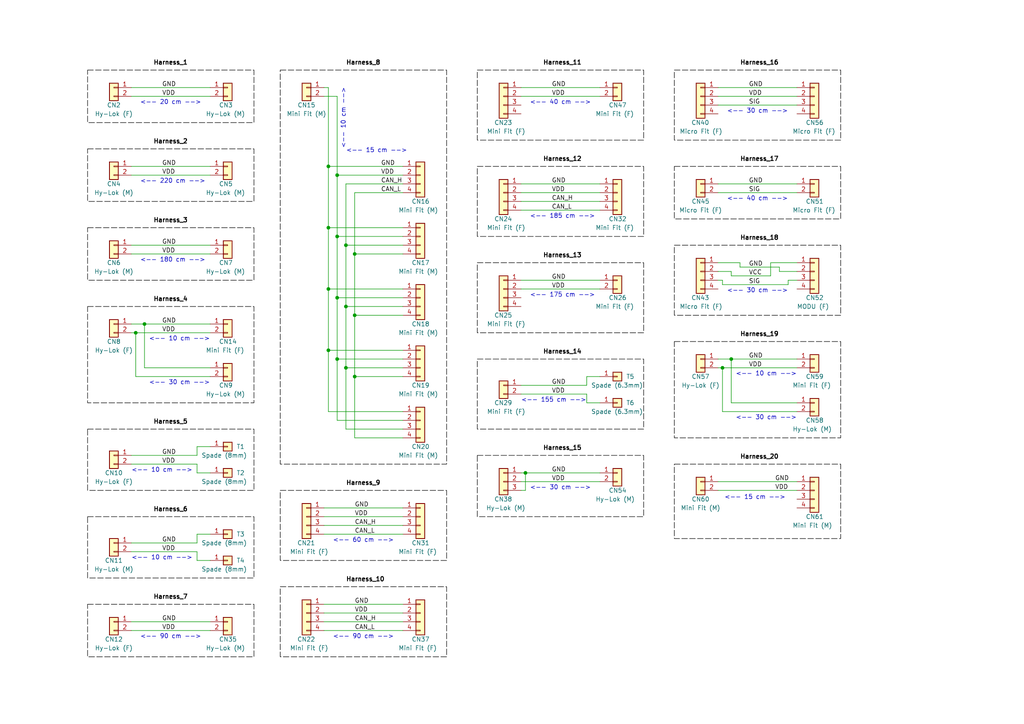
<source format=kicad_sch>
(kicad_sch (version 20231120) (generator "eeschema") (generator_version "8.0")
  (paper "A4")
  (title_block (title "Harnesses 1 - EcoMaua 2024 - Carbonasso") (date "2024-07-11") (rev "V1.0.0") (company "Instituto Mauá de Tecnologia"))
  (lib_symbols
    (symbol "Connector_Generic:Conn_01x01" (pin_names (offset 1.016) hide)
      (property "Reference" "J" (at 0 2.54 0))
      (property "Value" "Conn_01x01" (at 0 -2.54 0))
      (symbol "Conn_01x01_1_1"
        (rectangle (start -1.27 0.127) (end 0 -0.127) (stroke (width 0.1524)))
        (rectangle (start -1.27 1.27) (end 1.27 -1.27) (stroke (width 0.254)) (fill (type background)))
        (pin passive line (at -5.08 0 0) (length 3.81) (name "Pin_1") (number "1"))
      )
    )
    (symbol "Connector_Generic:Conn_01x02" (pin_names (offset 1.016) hide)
      (property "Reference" "J" (at 0 2.54 0))
      (property "Value" "Conn_01x02" (at 0 -5.08 0))
      (symbol "Conn_01x02_1_1"
        (rectangle (start -1.27 -2.413) (end 0 -2.667) (stroke (width 0.1524)))
        (rectangle (start -1.27 0.127) (end 0 -0.127) (stroke (width 0.1524)))
        (rectangle (start -1.27 1.27) (end 1.27 -3.81) (stroke (width 0.254)) (fill (type background)))
        (pin passive line (at -5.08 0 0) (length 3.81) (name "Pin_1") (number "1"))
        (pin passive line (at -5.08 -2.54 0) (length 3.81) (name "Pin_2") (number "2"))
      )
    )
    (symbol "Connector_Generic:Conn_01x03" (pin_names (offset 1.016) hide)
      (property "Reference" "J" (at 0 5.08 0))
      (property "Value" "Conn_01x03" (at 0 -5.08 0))
      (symbol "Conn_01x03_1_1"
        (rectangle (start -1.27 -2.413) (end 0 -2.667) (stroke (width 0.1524)))
        (rectangle (start -1.27 0.127) (end 0 -0.127) (stroke (width 0.1524)))
        (rectangle (start -1.27 2.667) (end 0 2.413) (stroke (width 0.1524)))
        (rectangle (start -1.27 3.81) (end 1.27 -3.81) (stroke (width 0.254)) (fill (type background)))
        (pin passive line (at -5.08 2.54 0) (length 3.81) (name "Pin_1") (number "1"))
        (pin passive line (at -5.08 0 0) (length 3.81) (name "Pin_2") (number "2"))
        (pin passive line (at -5.08 -2.54 0) (length 3.81) (name "Pin_3") (number "3"))
      )
    )
    (symbol "Connector_Generic:Conn_01x04" (pin_names (offset 1.016) hide)
      (property "Reference" "J" (at 0 5.08 0))
      (property "Value" "Conn_01x04" (at 0 -7.62 0))
      (symbol "Conn_01x04_1_1"
        (rectangle (start -1.27 -4.953) (end 0 -5.207) (stroke (width 0.1524)))
        (rectangle (start -1.27 -2.413) (end 0 -2.667) (stroke (width 0.1524)))
        (rectangle (start -1.27 0.127) (end 0 -0.127) (stroke (width 0.1524)))
        (rectangle (start -1.27 2.667) (end 0 2.413) (stroke (width 0.1524)))
        (rectangle (start -1.27 3.81) (end 1.27 -6.35) (stroke (width 0.254)) (fill (type background)))
        (pin passive line (at -5.08 2.54 0) (length 3.81) (name "Pin_1") (number "1"))
        (pin passive line (at -5.08 0 0) (length 3.81) (name "Pin_2") (number "2"))
        (pin passive line (at -5.08 -2.54 0) (length 3.81) (name "Pin_3") (number "3"))
        (pin passive line (at -5.08 -5.08 0) (length 3.81) (name "Pin_4") (number "4"))
      )
    )
  )
  (junction (at 39.37 96.52))
  (junction (at 102.87 91.44))
  (junction (at 95.25 66.04))
  (junction (at 102.87 109.22))
  (junction (at 152.4 137.16))
  (junction (at 100.33 71.12))
  (junction (at 100.33 88.9))
  (junction (at 95.25 83.82))
  (junction (at 97.79 86.36))
  (junction (at 41.91 93.98))
  (junction (at 97.79 68.58))
  (junction (at 209.55 106.68))
  (junction (at 102.87 73.66))
  (junction (at 97.79 50.8))
  (junction (at 100.33 106.68))
  (junction (at 95.25 101.6))
  (junction (at 95.25 48.26))
  (junction (at 212.09 104.14))
  (junction (at 97.79 104.14))
  (wire (pts (xy 57.15 154.94) (xy 57.15 157.48)))
  (wire (pts (xy 151.13 114.3) (xy 170.18 114.3)))
  (wire (pts (xy 116.84 86.36) (xy 97.79 86.36)))
  (wire (pts (xy 209.55 82.55) (xy 209.55 81.28)))
  (wire (pts (xy 151.13 53.34) (xy 173.99 53.34)))
  (wire (pts (xy 60.96 137.16) (xy 57.15 137.16)))
  (wire (pts (xy 93.98 25.4) (xy 95.25 25.4)))
  (wire (pts (xy 95.25 83.82) (xy 95.25 101.6)))
  (wire (pts (xy 102.87 109.22) (xy 116.84 109.22)))
  (wire (pts (xy 38.1 50.8) (xy 60.96 50.8)))
  (wire (pts (xy 38.1 157.48) (xy 57.15 157.48)))
  (wire (pts (xy 93.98 154.94) (xy 116.84 154.94)))
  (wire (pts (xy 208.28 27.94) (xy 231.14 27.94)))
  (wire (pts (xy 97.79 27.94) (xy 97.79 50.8)))
  (wire (pts (xy 116.84 101.6) (xy 95.25 101.6)))
  (wire (pts (xy 95.25 66.04) (xy 95.25 83.82)))
  (wire (pts (xy 231.14 116.84) (xy 212.09 116.84)))
  (wire (pts (xy 102.87 91.44) (xy 116.84 91.44)))
  (wire (pts (xy 116.84 68.58) (xy 97.79 68.58)))
  (wire (pts (xy 93.98 147.32) (xy 116.84 147.32)))
  (wire (pts (xy 38.1 48.26) (xy 60.96 48.26)))
  (wire (pts (xy 170.18 116.84) (xy 173.99 116.84)))
  (wire (pts (xy 97.79 68.58) (xy 97.79 86.36)))
  (wire (pts (xy 100.33 71.12) (xy 100.33 88.9)))
  (wire (pts (xy 57.15 132.08) (xy 38.1 132.08)))
  (wire (pts (xy 208.28 55.88) (xy 231.14 55.88)))
  (wire (pts (xy 102.87 55.88) (xy 116.84 55.88)))
  (wire (pts (xy 102.87 73.66) (xy 116.84 73.66)))
  (wire (pts (xy 38.1 25.4) (xy 60.96 25.4)))
  (wire (pts (xy 100.33 71.12) (xy 116.84 71.12)))
  (wire (pts (xy 116.84 127) (xy 102.87 127)))
  (wire (pts (xy 100.33 88.9) (xy 116.84 88.9)))
  (wire (pts (xy 57.15 137.16) (xy 57.15 134.62)))
  (wire (pts (xy 170.18 109.22) (xy 173.99 109.22)))
  (wire (pts (xy 41.91 106.68) (xy 41.91 93.98)))
  (wire (pts (xy 209.55 81.28) (xy 208.28 81.28)))
  (wire (pts (xy 151.13 111.76) (xy 170.18 111.76)))
  (wire (pts (xy 228.6 82.55) (xy 209.55 82.55)))
  (wire (pts (xy 116.84 83.82) (xy 95.25 83.82)))
  (wire (pts (xy 151.13 60.96) (xy 173.99 60.96)))
  (wire (pts (xy 151.13 142.24) (xy 152.4 142.24)))
  (wire (pts (xy 208.28 142.24) (xy 231.14 142.24)))
  (wire (pts (xy 209.55 106.68) (xy 209.55 119.38)))
  (wire (pts (xy 38.1 182.88) (xy 60.96 182.88)))
  (wire (pts (xy 57.15 129.54) (xy 57.15 132.08)))
  (wire (pts (xy 39.37 96.52) (xy 60.96 96.52)))
  (wire (pts (xy 93.98 149.86) (xy 116.84 149.86)))
  (wire (pts (xy 38.1 180.34) (xy 60.96 180.34)))
  (wire (pts (xy 100.33 106.68) (xy 116.84 106.68)))
  (wire (pts (xy 151.13 55.88) (xy 173.99 55.88)))
  (wire (pts (xy 208.28 25.4) (xy 231.14 25.4)))
  (wire (pts (xy 226.06 77.47) (xy 226.06 78.74)))
  (wire (pts (xy 226.06 78.74) (xy 231.14 78.74)))
  (wire (pts (xy 100.33 53.34) (xy 116.84 53.34)))
  (wire (pts (xy 60.96 162.56) (xy 57.15 162.56)))
  (wire (pts (xy 93.98 180.34) (xy 116.84 180.34)))
  (wire (pts (xy 231.14 119.38) (xy 209.55 119.38)))
  (wire (pts (xy 208.28 30.48) (xy 231.14 30.48)))
  (wire (pts (xy 116.84 66.04) (xy 95.25 66.04)))
  (wire (pts (xy 170.18 114.3) (xy 170.18 116.84)))
  (wire (pts (xy 214.63 76.2) (xy 208.28 76.2)))
  (wire (pts (xy 60.96 109.22) (xy 39.37 109.22)))
  (wire (pts (xy 57.15 154.94) (xy 60.96 154.94)))
  (wire (pts (xy 151.13 27.94) (xy 173.99 27.94)))
  (wire (pts (xy 93.98 152.4) (xy 116.84 152.4)))
  (wire (pts (xy 60.96 106.68) (xy 41.91 106.68)))
  (wire (pts (xy 41.91 93.98) (xy 60.96 93.98)))
  (wire (pts (xy 100.33 53.34) (xy 100.33 71.12)))
  (wire (pts (xy 151.13 139.7) (xy 173.99 139.7)))
  (wire (pts (xy 102.87 127) (xy 102.87 109.22)))
  (wire (pts (xy 97.79 27.94) (xy 93.98 27.94)))
  (wire (pts (xy 116.84 121.92) (xy 97.79 121.92)))
  (wire (pts (xy 209.55 106.68) (xy 231.14 106.68)))
  (wire (pts (xy 38.1 160.02) (xy 57.15 160.02)))
  (wire (pts (xy 93.98 182.88) (xy 116.84 182.88)))
  (wire (pts (xy 39.37 96.52) (xy 39.37 109.22)))
  (wire (pts (xy 228.6 81.28) (xy 231.14 81.28)))
  (wire (pts (xy 212.09 104.14) (xy 231.14 104.14)))
  (wire (pts (xy 57.15 129.54) (xy 60.96 129.54)))
  (wire (pts (xy 208.28 139.7) (xy 231.14 139.7)))
  (wire (pts (xy 100.33 88.9) (xy 100.33 106.68)))
  (wire (pts (xy 57.15 162.56) (xy 57.15 160.02)))
  (wire (pts (xy 38.1 134.62) (xy 57.15 134.62)))
  (wire (pts (xy 228.6 82.55) (xy 228.6 81.28)))
  (wire (pts (xy 151.13 25.4) (xy 173.99 25.4)))
  (wire (pts (xy 170.18 111.76) (xy 170.18 109.22)))
  (wire (pts (xy 100.33 124.46) (xy 100.33 106.68)))
  (wire (pts (xy 223.52 76.2) (xy 231.14 76.2)))
  (wire (pts (xy 116.84 119.38) (xy 95.25 119.38)))
  (wire (pts (xy 151.13 58.42) (xy 173.99 58.42)))
  (wire (pts (xy 102.87 91.44) (xy 102.87 73.66)))
  (wire (pts (xy 41.91 93.98) (xy 38.1 93.98)))
  (wire (pts (xy 116.84 104.14) (xy 97.79 104.14)))
  (wire (pts (xy 95.25 25.4) (xy 95.25 48.26)))
  (wire (pts (xy 38.1 71.12) (xy 60.96 71.12)))
  (wire (pts (xy 95.25 48.26) (xy 95.25 66.04)))
  (wire (pts (xy 39.37 96.52) (xy 38.1 96.52)))
  (wire (pts (xy 152.4 142.24) (xy 152.4 137.16)))
  (wire (pts (xy 151.13 81.28) (xy 173.99 81.28)))
  (wire (pts (xy 102.87 55.88) (xy 102.87 73.66)))
  (wire (pts (xy 212.09 116.84) (xy 212.09 104.14)))
  (wire (pts (xy 97.79 50.8) (xy 116.84 50.8)))
  (wire (pts (xy 151.13 83.82) (xy 173.99 83.82)))
  (wire (pts (xy 209.55 106.68) (xy 208.28 106.68)))
  (wire (pts (xy 223.52 80.01) (xy 212.09 80.01)))
  (wire (pts (xy 97.79 86.36) (xy 97.79 104.14)))
  (wire (pts (xy 212.09 80.01) (xy 212.09 78.74)))
  (wire (pts (xy 152.4 137.16) (xy 173.99 137.16)))
  (wire (pts (xy 100.33 124.46) (xy 116.84 124.46)))
  (wire (pts (xy 212.09 104.14) (xy 208.28 104.14)))
  (wire (pts (xy 223.52 80.01) (xy 223.52 76.2)))
  (wire (pts (xy 38.1 73.66) (xy 60.96 73.66)))
  (wire (pts (xy 93.98 175.26) (xy 116.84 175.26)))
  (wire (pts (xy 212.09 78.74) (xy 208.28 78.74)))
  (wire (pts (xy 97.79 50.8) (xy 97.79 68.58)))
  (wire (pts (xy 102.87 109.22) (xy 102.87 91.44)))
  (wire (pts (xy 226.06 77.47) (xy 214.63 77.47)))
  (wire (pts (xy 93.98 177.8) (xy 116.84 177.8)))
  (wire (pts (xy 95.25 101.6) (xy 95.25 119.38)))
  (wire (pts (xy 208.28 53.34) (xy 231.14 53.34)))
  (wire (pts (xy 95.25 48.26) (xy 116.84 48.26)))
  (wire (pts (xy 97.79 104.14) (xy 97.79 121.92)))
  (wire (pts (xy 38.1 27.94) (xy 60.96 27.94)))
  (wire (pts (xy 151.13 137.16) (xy 152.4 137.16)))
  (wire (pts (xy 214.63 77.47) (xy 214.63 76.2)))
  (rectangle (start 138.43 104.14) (end 186.69 124.46) (stroke (width 0) (type dash) (color 0 0 0 1)))
  (rectangle (start 195.58 99.06) (end 243.84 127) (stroke (width 0) (type dash) (color 0 0 0 1)))
  (rectangle (start 81.28 20.32) (end 129.54 134.62) (stroke (width 0) (type dash) (color 0 0 0 1)))
  (rectangle (start 25.4 43.18) (end 73.66 58.42) (stroke (width 0) (type dash) (color 0 0 0 1)))
  (rectangle (start 25.4 175.26) (end 73.66 190.5) (stroke (width 0) (type dash) (color 0 0 0 1)))
  (rectangle (start 138.43 76.2) (end 186.69 96.52) (stroke (width 0) (type dash) (color 0 0 0 1)))
  (rectangle (start 25.4 20.32) (end 73.66 35.56) (stroke (width 0) (type dash) (color 0 0 0 1)))
  (rectangle (start 25.4 66.04) (end 73.66 81.28) (stroke (width 0) (type dash) (color 0 0 0 1)))
  (rectangle (start 25.4 149.86) (end 73.66 167.64) (stroke (width 0) (type dash) (color 0 0 0 1)))
  (rectangle (start 195.58 20.32) (end 243.84 40.64) (stroke (width 0) (type dash) (color 0 0 0 1)))
  (rectangle (start 81.28 142.24) (end 129.54 162.56) (stroke (width 0) (type dash) (color 0 0 0 1)))
  (rectangle (start 81.28 170.18) (end 129.54 190.5) (stroke (width 0) (type dash) (color 0 0 0 1)))
  (rectangle (start 195.58 71.12) (end 243.84 91.44) (stroke (width 0) (type dash) (color 0 0 0 1)))
  (rectangle (start 138.43 48.26) (end 186.69 68.58) (stroke (width 0) (type dash) (color 0 0 0 1)))
  (rectangle (start 25.4 124.46) (end 73.66 142.24) (stroke (width 0) (type dash) (color 0 0 0 1)))
  (rectangle (start 195.58 134.62) (end 243.84 156.21) (stroke (width 0) (type dash) (color 0 0 0 1)))
  (rectangle (start 25.4 88.9) (end 73.66 116.84) (stroke (width 0) (type dash) (color 0 0 0 1)))
  (rectangle (start 195.58 48.26) (end 243.84 63.5) (stroke (width 0) (type dash) (color 0 0 0 1)))
  (rectangle (start 138.43 20.32) (end 186.69 40.64) (stroke (width 0) (type dash) (color 0 0 0 1)))
  (rectangle (start 138.43 132.08) (end 186.69 149.86) (stroke (width 0) (type dash) (color 0 0 0 1)))
  (text "Harness_15" (at 157.48 130.81 0) (effects (font (size 1.27 1.27) (thickness 0.254) (bold yes)) (justify left bottom)))
  (text "<-- 175 cm -->" (at 153.67 86.36 0) (effects (font (size 1.27 1.27)) (justify left bottom)))
  (text "<-- 15 cm -->" (at 118.11 44.45 0) (effects (font (size 1.27 1.27)) (justify right bottom)))
  (text "<-- 15 cm -->" (at 227.838 145.034 0) (effects (font (size 1.27 1.27)) (justify right bottom)))
  (text "Harness_20" (at 214.63 133.35 0) (effects (font (size 1.27 1.27) (thickness 0.254) (bold yes)) (justify left bottom)))
  (text "<-- 30 cm -->" (at 210.82 33.02 0) (effects (font (size 1.27 1.27)) (justify left bottom)))
  (text "Harness_18" (at 214.63 69.85 0) (effects (font (size 1.27 1.27) (thickness 0.254) (bold yes)) (justify left bottom)))
  (text "<-- 90 cm -->" (at 96.52 185.42 0) (effects (font (size 1.27 1.27)) (justify left bottom)))
  (text "<-- 180 cm -->" (at 40.64 76.2 0) (effects (font (size 1.27 1.27)) (justify left bottom)))
  (text "<-- 10 cm -->" (at 43.18 99.06 0) (effects (font (size 1.27 1.27)) (justify left bottom)))
  (text "<-- 40 cm -->" (at 210.82 58.42 0) (effects (font (size 1.27 1.27)) (justify left bottom)))
  (text "<-- 155 cm -->" (at 151.13 116.84 0) (effects (font (size 1.27 1.27)) (justify left bottom)))
  (text "<-- 220 cm -->" (at 40.64 53.34 0) (effects (font (size 1.27 1.27)) (justify left bottom)))
  (text "Harness_19" (at 214.63 97.79 0) (effects (font (size 1.27 1.27) (thickness 0.254) (bold yes)) (justify left bottom)))
  (text "Harness_14" (at 157.48 102.87 0) (effects (font (size 1.27 1.27) (thickness 0.254) (bold yes)) (justify left bottom)))
  (text "<-- 10 cm -->" (at 213.36 109.22 0) (effects (font (size 1.27 1.27)) (justify left bottom)))
  (text "<-- 185 cm -->" (at 153.67 63.5 0) (effects (font (size 1.27 1.27)) (justify left bottom)))
  (text "Harness_6" (at 44.45 148.59 0) (effects (font (size 1.27 1.27) (thickness 0.254) (bold yes)) (justify left bottom)))
  (text "<-- 90 cm -->" (at 40.64 185.42 0) (effects (font (size 1.27 1.27)) (justify left bottom)))
  (text "<-- 30 cm -->" (at 213.36 121.92 0) (effects (font (size 1.27 1.27)) (justify left bottom)))
  (text "<-- 30 cm -->" (at 153.67 142.24 0) (effects (font (size 1.27 1.27)) (justify left bottom)))
  (text "Harness_4" (at 44.45 87.63 0) (effects (font (size 1.27 1.27) (thickness 0.254) (bold yes)) (justify left bottom)))
  (text "Harness_13" (at 157.48 74.93 0) (effects (font (size 1.27 1.27) (thickness 0.254) (bold yes)) (justify left bottom)))
  (text "Harness_3" (at 44.45 64.77 0) (effects (font (size 1.27 1.27) (thickness 0.254) (bold yes)) (justify left bottom)))
  (text "<-- 60 cm -->" (at 96.52 157.48 0) (effects (font (size 1.27 1.27)) (justify left bottom)))
  (text "Harness_7" (at 44.45 173.99 0) (effects (font (size 1.27 1.27) (thickness 0.254) (bold yes)) (justify left bottom)))
  (text "<-- 40 cm -->" (at 153.67 30.48 0) (effects (font (size 1.27 1.27)) (justify left bottom)))
  (text "Harness_11" (at 157.48 19.05 0) (effects (font (size 1.27 1.27) (thickness 0.254) (bold yes)) (justify left bottom)))
  (text "Harness_8" (at 100.33 19.05 0) (effects (font (size 1.27 1.27) (thickness 0.254) (bold yes)) (justify left bottom)))
  (text "Harness_17" (at 214.63 46.99 0) (effects (font (size 1.27 1.27) (thickness 0.254) (bold yes)) (justify left bottom)))
  (text "<-- 10 cm -->" (at 38.1 137.16 0) (effects (font (size 1.27 1.27)) (justify left bottom)))
  (text "<-- 10 cm -->" (at 38.1 162.56 0) (effects (font (size 1.27 1.27)) (justify left bottom)))
  (text "Harness_5" (at 44.45 123.19 0) (effects (font (size 1.27 1.27) (thickness 0.254) (bold yes)) (justify left bottom)))
  (text "Harness_12" (at 157.48 46.99 0) (effects (font (size 1.27 1.27) (thickness 0.254) (bold yes)) (justify left bottom)))
  (text "<-- 20 cm -->" (at 40.64 30.48 0) (effects (font (size 1.27 1.27)) (justify left bottom)))
  (text "Harness_10" (at 100.33 168.91 0) (effects (font (size 1.27 1.27) (thickness 0.254) (bold yes)) (justify left bottom)))
  (text "Harness_2" (at 44.45 41.91 0) (effects (font (size 1.27 1.27) (thickness 0.254) (bold yes)) (justify left bottom)))
  (text "Harness_16" (at 214.63 19.05 0) (effects (font (size 1.27 1.27) (thickness 0.254) (bold yes)) (justify left bottom)))
  (text "<-- 30 cm -->" (at 43.18 111.76 0) (effects (font (size 1.27 1.27)) (justify left bottom)))
  (text "<-- 30 cm -->" (at 210.82 85.09 0) (effects (font (size 1.27 1.27)) (justify left bottom)))
  (text "Harness_9" (at 100.33 140.97 0) (effects (font (size 1.27 1.27) (thickness 0.254) (bold yes)) (justify left bottom)))
  (text "Harness_1" (at 44.45 19.05 0) (effects (font (size 1.27 1.27) (thickness 0.254) (bold yes)) (justify left bottom)))
  (text "<-- 10 cm -->" (at 100.33 43.18 90) (effects (font (size 1.27 1.27)) (justify left bottom)))
  (label "GND" (at 160.02 137.16 0))
  (label "VDD" (at 160.02 114.3 0))
  (label "VDD" (at 46.99 50.8 0))
  (label "GND" (at 46.99 157.48 0))
  (label "GND" (at 46.99 180.34 0))
  (label "GND" (at 160.02 81.28 0))
  (label "VDD" (at 217.17 27.94 0))
  (label "GND" (at 217.17 104.14 0))
  (label "VDD" (at 46.99 160.02 0))
  (label "CAN_H" (at 102.87 180.34 0))
  (label "VDD" (at 160.02 83.82 0))
  (label "GND" (at 160.02 25.4 0))
  (label "SIG" (at 217.17 30.48 0))
  (label "GND" (at 224.79 139.7 0))
  (label "GND" (at 110.49 48.26 0))
  (label "VDD" (at 46.99 73.66 0))
  (label "GND" (at 217.17 77.47 0))
  (label "SIG" (at 217.17 55.88 0))
  (label "GND" (at 160.02 111.76 0))
  (label "GND" (at 46.99 132.08 0))
  (label "GND" (at 160.02 53.34 0))
  (label "GND" (at 46.99 71.12 0))
  (label "GND" (at 217.17 25.4 0))
  (label "SIG" (at 217.17 82.55 0))
  (label "VDD" (at 160.02 139.7 0))
  (label "CAN_H" (at 160.02 58.42 0))
  (label "VDD" (at 217.17 106.68 0))
  (label "CAN_L" (at 102.87 154.94 0))
  (label "VDD" (at 46.99 96.52 0))
  (label "VDD" (at 160.02 27.94 0))
  (label "VDD" (at 160.02 55.88 0))
  (label "GND" (at 102.87 147.32 0))
  (label "VDD" (at 46.99 134.62 0))
  (label "CAN_L" (at 102.87 182.88 0))
  (label "VDD" (at 46.99 27.94 0))
  (label "CAN_H" (at 110.49 53.34 0))
  (label "VDD" (at 102.87 177.8 0))
  (label "CAN_L" (at 160.02 60.96 0))
  (label "GND" (at 46.99 25.4 0))
  (label "VDD" (at 102.87 149.86 0))
  (label "GND" (at 46.99 48.26 0))
  (label "VDD" (at 224.79 142.24 0))
  (label "GND" (at 46.99 93.98 0))
  (label "VDD" (at 46.99 182.88 0))
  (label "VCC" (at 217.17 80.01 0))
  (label "GND" (at 217.17 53.34 0))
  (label "VDD" (at 110.49 50.8 0))
  (label "CAN_L" (at 110.49 55.88 0))
  (label "GND" (at 102.87 175.26 0))
  (label "CAN_H" (at 102.87 152.4 0))
  (symbol (lib_id "Connector_Generic:Conn_01x04") (at 121.92 149.86 0) (unit 1)
    (property "Reference" "CN31" (at 119.38 157.48 0) (effects (justify left)))
    (property "Value" "Mini Fit (F)" (at 115.57 160.02 0) (effects (justify left)))
    (property "Pin Count" "4" (effects (hide yes)))
  )
  (symbol (lib_id "Connector_Generic:Conn_01x04") (at 88.9 149.86 0) (mirror y) (unit 1)
    (property "Reference" "CN21" (at 91.44 157.48 0) (effects (justify left)))
    (property "Value" "Mini Fit (F)" (at 95.25 160.02 0) (effects (justify left)))
    (property "Pin Count" "4" (effects (hide yes)))
  )
  (symbol (lib_id "Connector_Generic:Conn_01x01") (at 66.04 137.16 0) (unit 1)
    (property "Reference" "T2" (at 68.58 137.16 0) (effects (justify left)))
    (property "Value" "Spade (8mm)" (at 58.42 139.7 0) (effects (justify left)))
    (property "Pin Count" "1" (effects (hide yes)))
  )
  (symbol (lib_id "Connector_Generic:Conn_01x02") (at 33.02 157.48 0) (mirror y) (unit 1)
    (property "Reference" "CN11" (at 33.02 162.56 0))
    (property "Value" "Hy-Lok (M)" (at 33.02 165.1 0))
    (property "Pin Count" "2" (effects (hide yes)))
  )
  (symbol (lib_id "Connector_Generic:Conn_01x04") (at 236.22 27.94 0) (unit 1)
    (property "Reference" "CN56" (at 233.68 35.56 0) (effects (justify left)))
    (property "Value" "Micro Fit (F)" (at 229.87 38.1 0) (effects (justify left)))
    (property "Pin Count" "4" (effects (hide yes)))
  )
  (symbol (lib_id "Connector_Generic:Conn_01x01") (at 179.07 109.22 0) (unit 1)
    (property "Reference" "T5" (at 181.61 109.22 0) (effects (justify left)))
    (property "Value" "Spade (6.3mm)" (at 171.45 111.76 0) (effects (justify left)))
    (property "Pin Count" "1" (effects (hide yes)))
  )
  (symbol (lib_id "Connector_Generic:Conn_01x02") (at 179.07 81.28 0) (unit 1)
    (property "Reference" "CN26" (at 176.53 86.36 0) (effects (justify left)))
    (property "Value" "Mini Fit (F)" (at 172.72 88.9 0) (effects (justify left)))
    (property "Pin Count" "2" (effects (hide yes)))
  )
  (symbol (lib_id "Connector_Generic:Conn_01x02") (at 66.04 180.34 0) (unit 1)
    (property "Reference" "CN35" (at 63.5 185.42 0) (effects (justify left)))
    (property "Value" "Hy-Lok (M)" (at 59.69 187.96 0) (effects (justify left)))
    (property "Pin Count" "2" (effects (hide yes)))
  )
  (symbol (lib_id "Connector_Generic:Conn_01x02") (at 236.22 53.34 0) (unit 1)
    (property "Reference" "CN51" (at 233.68 58.42 0) (effects (justify left)))
    (property "Value" "Micro Fit (F)" (at 229.87 60.96 0) (effects (justify left)))
    (property "Pin Count" "2" (effects (hide yes)))
  )
  (symbol (lib_id "Connector_Generic:Conn_01x04") (at 203.2 27.94 0) (mirror y) (unit 1)
    (property "Reference" "CN40" (at 205.74 35.56 0) (effects (justify left)))
    (property "Value" "Micro Fit (F)" (at 209.55 38.1 0) (effects (justify left)))
    (property "Pin Count" "4" (effects (hide yes)))
  )
  (symbol (lib_id "Connector_Generic:Conn_01x02") (at 66.04 106.68 0) (unit 1)
    (property "Reference" "CN9" (at 63.5 111.76 0) (effects (justify left)))
    (property "Value" "Hy-Lok (M)" (at 59.69 114.3 0) (effects (justify left)))
    (property "Pin Count" "2" (effects (hide yes)))
  )
  (symbol (lib_id "Connector_Generic:Conn_01x02") (at 66.04 25.4 0) (unit 1)
    (property "Reference" "CN3" (at 63.5 30.48 0) (effects (justify left)))
    (property "Value" "Hy-Lok (M)" (at 59.69 33.02 0) (effects (justify left)))
    (property "Pin Count" "2" (effects (hide yes)))
  )
  (symbol (lib_id "Connector_Generic:Conn_01x01") (at 179.07 116.84 0) (unit 1)
    (property "Reference" "T6" (at 181.61 116.84 0) (effects (justify left)))
    (property "Value" "Spade (6.3mm)" (at 171.45 119.38 0) (effects (justify left)))
    (property "Pin Count" "1" (effects (hide yes)))
  )
  (symbol (lib_id "Connector_Generic:Conn_01x04") (at 179.07 55.88 0) (unit 1)
    (property "Reference" "CN32" (at 176.53 63.5 0) (effects (justify left)))
    (property "Value" "Mini Fit (F)" (at 172.72 66.04 0) (effects (justify left)))
    (property "Pin Count" "4" (effects (hide yes)))
  )
  (symbol (lib_id "Connector_Generic:Conn_01x02") (at 203.2 104.14 0) (mirror y) (unit 1)
    (property "Reference" "CN57" (at 203.2 109.22 0))
    (property "Value" "Hy-Lok (F)" (at 203.2 111.76 0))
    (property "Pin Count" "2" (effects (hide yes)))
  )
  (symbol (lib_id "Connector_Generic:Conn_01x04") (at 121.92 121.92 0) (unit 1)
    (property "Reference" "CN20" (at 119.38 129.54 0) (effects (justify left)))
    (property "Value" "Mini Fit (M)" (at 115.57 132.08 0) (effects (justify left)))
    (property "Pin Count" "4" (effects (hide yes)))
  )
  (symbol (lib_id "Connector_Generic:Conn_01x04") (at 121.92 104.14 0) (unit 1)
    (property "Reference" "CN19" (at 119.38 111.76 0) (effects (justify left)))
    (property "Value" "Mini Fit (M)" (at 115.57 114.3 0) (effects (justify left)))
    (property "Pin Count" "4" (effects (hide yes)))
  )
  (symbol (lib_id "Connector_Generic:Conn_01x04") (at 121.92 177.8 0) (unit 1)
    (property "Reference" "CN37" (at 119.38 185.42 0) (effects (justify left)))
    (property "Value" "Mini Fit (F)" (at 115.57 187.96 0) (effects (justify left)))
    (property "Pin Count" "4" (effects (hide yes)))
  )
  (symbol (lib_id "Connector_Generic:Conn_01x04") (at 121.92 50.8 0) (unit 1)
    (property "Reference" "CN16" (at 119.38 58.42 0) (effects (justify left)))
    (property "Value" "Mini Fit (M)" (at 115.57 60.96 0) (effects (justify left)))
    (property "Pin Count" "4" (effects (hide yes)))
  )
  (symbol (lib_id "Connector_Generic:Conn_01x02") (at 88.9 25.4 0) (mirror y) (unit 1)
    (property "Reference" "CN15" (at 88.9 30.48 0))
    (property "Value" "Mini Fit (M)" (at 88.9 33.02 0))
    (property "Pin Count" "2" (effects (hide yes)))
  )
  (symbol (lib_id "Connector_Generic:Conn_01x02") (at 66.04 71.12 0) (unit 1)
    (property "Reference" "CN7" (at 63.5 76.2 0) (effects (justify left)))
    (property "Value" "Hy-Lok (M)" (at 59.69 78.74 0) (effects (justify left)))
    (property "Pin Count" "2" (effects (hide yes)))
  )
  (symbol (lib_id "Connector_Generic:Conn_01x04") (at 121.92 68.58 0) (unit 1)
    (property "Reference" "CN17" (at 119.38 76.2 0) (effects (justify left)))
    (property "Value" "Mini Fit (M)" (at 115.57 78.74 0) (effects (justify left)))
    (property "Pin Count" "4" (effects (hide yes)))
  )
  (symbol (lib_id "Connector_Generic:Conn_01x01") (at 66.04 154.94 0) (unit 1)
    (property "Reference" "T3" (at 68.58 154.94 0) (effects (justify left)))
    (property "Value" "Spade (8mm)" (at 58.42 157.48 0) (effects (justify left)))
    (property "Pin Count" "1" (effects (hide yes)))
  )
  (symbol (lib_id "Connector_Generic:Conn_01x04") (at 236.22 142.24 0) (unit 1)
    (property "Reference" "CN61" (at 233.68 149.86 0) (effects (justify left)))
    (property "Value" "Mini Fit (M)" (at 229.87 152.4 0) (effects (justify left)))
    (property "Pin Count" "4" (effects (hide yes)))
  )
  (symbol (lib_id "Connector_Generic:Conn_01x04") (at 203.2 78.74 0) (mirror y) (unit 1)
    (property "Reference" "CN43" (at 205.74 86.36 0) (effects (justify left)))
    (property "Value" "Micro Fit (F)" (at 209.55 88.9 0) (effects (justify left)))
    (property "Pin Count" "4" (effects (hide yes)))
  )
  (symbol (lib_id "Connector_Generic:Conn_01x02") (at 179.07 25.4 0) (unit 1)
    (property "Reference" "CN47" (at 176.53 30.48 0) (effects (justify left)))
    (property "Value" "Mini Fit (F)" (at 172.72 33.02 0) (effects (justify left)))
    (property "Pin Count" "2" (effects (hide yes)))
  )
  (symbol (lib_id "Connector_Generic:Conn_01x04") (at 88.9 177.8 0) (mirror y) (unit 1)
    (property "Reference" "CN22" (at 91.44 185.42 0) (effects (justify left)))
    (property "Value" "Mini Fit (F)" (at 95.25 187.96 0) (effects (justify left)))
    (property "Pin Count" "4" (effects (hide yes)))
  )
  (symbol (lib_id "Connector_Generic:Conn_01x03") (at 146.05 139.7 0) (mirror y) (unit 1)
    (property "Reference" "CN38" (at 148.59 144.78 0) (effects (justify left)))
    (property "Value" "Hy-Lok (M)" (at 152.4 147.32 0) (effects (justify left)))
    (property "Pin Count" "3" (effects (hide yes)))
  )
  (symbol (lib_id "Connector_Generic:Conn_01x02") (at 236.22 116.84 0) (unit 1)
    (property "Reference" "CN58" (at 233.68 121.92 0) (effects (justify left)))
    (property "Value" "Hy-Lok (M)" (at 229.87 124.46 0) (effects (justify left)))
    (property "Pin Count" "2" (effects (hide yes)))
  )
  (symbol (lib_id "Connector_Generic:Conn_01x04") (at 146.05 55.88 0) (mirror y) (unit 1)
    (property "Reference" "CN24" (at 148.59 63.5 0) (effects (justify left)))
    (property "Value" "Mini Fit (F)" (at 152.4 66.04 0) (effects (justify left)))
    (property "Pin Count" "4" (effects (hide yes)))
  )
  (symbol (lib_id "Connector_Generic:Conn_01x04") (at 121.92 86.36 0) (unit 1)
    (property "Reference" "CN18" (at 119.38 93.98 0) (effects (justify left)))
    (property "Value" "Mini Fit (M)" (at 115.57 96.52 0) (effects (justify left)))
    (property "Pin Count" "4" (effects (hide yes)))
  )
  (symbol (lib_id "Connector_Generic:Conn_01x02") (at 203.2 139.7 0) (mirror y) (unit 1)
    (property "Reference" "CN60" (at 203.2 144.78 0))
    (property "Value" "Mini Fit (M)" (at 203.2 147.32 0))
    (property "Pin Count" "2" (effects (hide yes)))
  )
  (symbol (lib_id "Connector_Generic:Conn_01x02") (at 33.02 25.4 0) (mirror y) (unit 1)
    (property "Reference" "CN2" (at 33.02 30.48 0))
    (property "Value" "Hy-Lok (F)" (at 33.02 33.02 0))
    (property "Pin Count" "2" (effects (hide yes)))
  )
  (symbol (lib_id "Connector_Generic:Conn_01x04") (at 146.05 83.82 0) (mirror y) (unit 1)
    (property "Reference" "CN25" (at 148.59 91.44 0) (effects (justify left)))
    (property "Value" "Mini Fit (F)" (at 152.4 93.98 0) (effects (justify left)))
    (property "Pin Count" "4" (effects (hide yes)))
  )
  (symbol (lib_id "Connector_Generic:Conn_01x04") (at 236.22 78.74 0) (unit 1)
    (property "Reference" "CN52" (at 233.68 86.36 0) (effects (justify left)))
    (property "Value" "MODU (F)" (at 231.14 88.9 0) (effects (justify left)))
    (property "Pin Count" "4" (effects (hide yes)))
  )
  (symbol (lib_id "Connector_Generic:Conn_01x02") (at 203.2 53.34 0) (mirror y) (unit 1)
    (property "Reference" "CN45" (at 203.2 58.42 0))
    (property "Value" "Micro Fit (F)" (at 203.2 60.96 0))
    (property "Pin Count" "2" (effects (hide yes)))
  )
  (symbol (lib_id "Connector_Generic:Conn_01x04") (at 146.05 27.94 0) (mirror y) (unit 1)
    (property "Reference" "CN23" (at 148.59 35.56 0) (effects (justify left)))
    (property "Value" "Mini Fit (F)" (at 152.4 38.1 0) (effects (justify left)))
    (property "Pin Count" "4" (effects (hide yes)))
  )
  (symbol (lib_id "Connector_Generic:Conn_01x02") (at 33.02 48.26 0) (mirror y) (unit 1)
    (property "Reference" "CN4" (at 33.02 53.34 0))
    (property "Value" "Hy-Lok (M)" (at 33.02 55.88 0))
    (property "Pin Count" "2" (effects (hide yes)))
  )
  (symbol (lib_id "Connector_Generic:Conn_01x02") (at 33.02 93.98 0) (mirror y) (unit 1)
    (property "Reference" "CN8" (at 33.02 99.06 0))
    (property "Value" "Hy-Lok (F)" (at 33.02 101.6 0))
    (property "Pin Count" "2" (effects (hide yes)))
  )
  (symbol (lib_id "Connector_Generic:Conn_01x02") (at 33.02 132.08 0) (mirror y) (unit 1)
    (property "Reference" "CN10" (at 33.02 137.16 0))
    (property "Value" "Hy-Lok (F)" (at 33.02 139.7 0))
    (property "Pin Count" "2" (effects (hide yes)))
  )
  (symbol (lib_id "Connector_Generic:Conn_01x02") (at 146.05 111.76 0) (mirror y) (unit 1)
    (property "Reference" "CN29" (at 148.59 116.84 0) (effects (justify left)))
    (property "Value" "Mini Fit (F)" (at 152.4 119.38 0) (effects (justify left)))
    (property "Pin Count" "2" (effects (hide yes)))
  )
  (symbol (lib_id "Connector_Generic:Conn_01x01") (at 66.04 129.54 0) (unit 1)
    (property "Reference" "T1" (at 68.58 129.54 0) (effects (justify left)))
    (property "Value" "Spade (8mm)" (at 58.42 132.08 0) (effects (justify left)))
    (property "Pin Count" "1" (effects (hide yes)))
  )
  (symbol (lib_id "Connector_Generic:Conn_01x02") (at 33.02 71.12 0) (mirror y) (unit 1)
    (property "Reference" "CN6" (at 33.02 76.2 0))
    (property "Value" "Hy-Lok (M)" (at 33.02 78.74 0))
    (property "Pin Count" "2" (effects (hide yes)))
  )
  (symbol (lib_id "Connector_Generic:Conn_01x02") (at 33.02 180.34 0) (mirror y) (unit 1)
    (property "Reference" "CN12" (at 33.02 185.42 0))
    (property "Value" "Hy-Lok (F)" (at 33.02 187.96 0))
    (property "Pin Count" "2" (effects (hide yes)))
  )
  (symbol (lib_id "Connector_Generic:Conn_01x02") (at 66.04 93.98 0) (unit 1)
    (property "Reference" "CN14" (at 63.5 99.06 0) (effects (justify left)))
    (property "Value" "Mini Fit (F)" (at 59.69 101.6 0) (effects (justify left)))
    (property "Pin Count" "2" (effects (hide yes)))
  )
  (symbol (lib_id "Connector_Generic:Conn_01x02") (at 66.04 48.26 0) (unit 1)
    (property "Reference" "CN5" (at 63.5 53.34 0) (effects (justify left)))
    (property "Value" "Hy-Lok (M)" (at 59.69 55.88 0) (effects (justify left)))
    (property "Pin Count" "2" (effects (hide yes)))
  )
  (symbol (lib_id "Connector_Generic:Conn_01x02") (at 179.07 137.16 0) (unit 1)
    (property "Reference" "CN54" (at 176.53 142.24 0) (effects (justify left)))
    (property "Value" "Hy-Lok (M)" (at 172.72 144.78 0) (effects (justify left)))
    (property "Pin Count" "2" (effects (hide yes)))
  )
  (symbol (lib_id "Connector_Generic:Conn_01x01") (at 66.04 162.56 0) (unit 1)
    (property "Reference" "T4" (at 68.58 162.56 0) (effects (justify left)))
    (property "Value" "Spade (8mm)" (at 58.42 165.1 0) (effects (justify left)))
    (property "Pin Count" "1" (effects (hide yes)))
  )
  (symbol (lib_id "Connector_Generic:Conn_01x02") (at 236.22 104.14 0) (unit 1)
    (property "Reference" "CN59" (at 233.68 109.22 0) (effects (justify left)))
    (property "Value" "Mini Fit (F)" (at 229.87 111.76 0) (effects (justify left)))
    (property "Pin Count" "2" (effects (hide yes)))
  )
)
</source>
